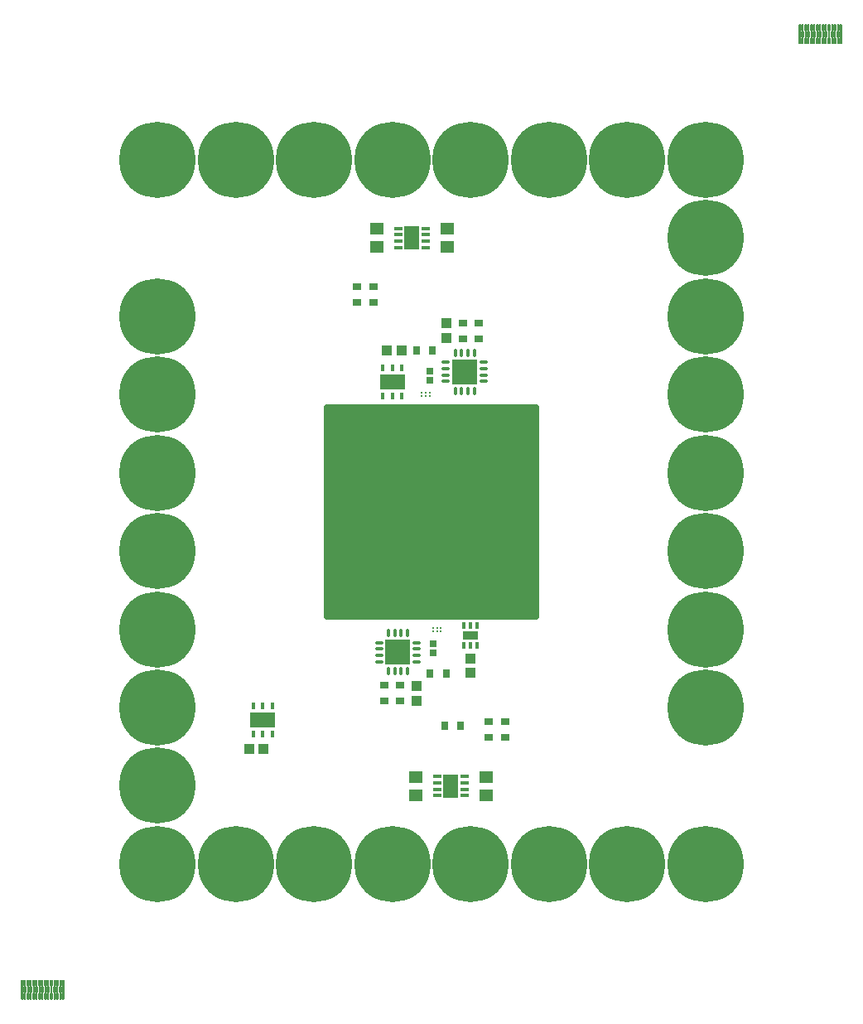
<source format=gbr>
%TF.GenerationSoftware,Altium Limited,Altium Designer,23.9.2 (47)*%
G04 Layer_Color=255*
%FSLAX45Y45*%
%MOMM*%
%TF.SameCoordinates,9F32D3C1-515D-4E76-A5FB-46C0C9FD6927*%
%TF.FilePolarity,Positive*%
%TF.FileFunction,Pads,Top*%
%TF.Part,Single*%
G01*
G75*
%TA.AperFunction,SMDPad,CuDef*%
%ADD10R,1.45000X1.30000*%
%ADD11R,1.00000X1.00000*%
%ADD12R,1.00000X1.00000*%
%ADD13R,0.72000X0.68000*%
%ADD14R,0.70000X0.90000*%
%ADD15R,0.90000X0.70000*%
%ADD16R,0.30000X0.70000*%
%ADD17R,1.60000X0.89000*%
%ADD18R,1.49000X2.40000*%
%ADD19R,0.90000X0.35000*%
%TA.AperFunction,BGAPad,CuDef*%
%ADD20C,0.20000*%
%TA.AperFunction,SMDPad,CuDef*%
%ADD21R,2.60000X2.60000*%
%ADD22O,0.85000X0.30000*%
%ADD23O,0.30000X0.85000*%
%ADD24R,0.40000X0.80000*%
%ADD25R,2.50000X1.50000*%
G04:AMPARAMS|DCode=26|XSize=22mm|YSize=22mm|CornerRadius=0.22mm|HoleSize=0mm|Usage=FLASHONLY|Rotation=90.000|XOffset=0mm|YOffset=0mm|HoleType=Round|Shape=RoundedRectangle|*
%AMROUNDEDRECTD26*
21,1,22.00000,21.56000,0,0,90.0*
21,1,21.56000,22.00000,0,0,90.0*
1,1,0.44000,10.78000,10.78000*
1,1,0.44000,10.78000,-10.78000*
1,1,0.44000,-10.78000,-10.78000*
1,1,0.44000,-10.78000,10.78000*
%
%ADD26ROUNDEDRECTD26*%
%TA.AperFunction,ComponentPad*%
%ADD34C,7.80000*%
%TA.AperFunction,SMDPad,CuDef*%
%AMCUSTOMSHAPE35*
4,1,11,-0.15000,-1.00000,-0.15000,0.90000,-0.05000,1.00000,-0.05000,1.00000,0.05000,1.00000,0.15000,0.90000,0.15000,0.37500,0.05000,0.27500,0.05000,-0.37500,0.15000,-0.47500,0.15000,-1.00000,-0.15000,-1.00000,0.0*%
%ADD35CUSTOMSHAPE35*%

%AMCUSTOMSHAPE36*
4,1,12,-0.15000,-0.32500,-0.15000,0.22500,-0.05000,0.32500,-0.05000,1.00000,0.05000,1.00000,0.05000,0.32500,0.15000,0.22500,0.15000,-0.32500,0.05000,-0.42500,0.05000,-1.00000,-0.05000,-1.00000,-0.05000,-0.42500,-0.15000,-0.32500,0.0*%
%ADD36CUSTOMSHAPE36*%

%AMCUSTOMSHAPE37*
4,1,14,-0.15000,-1.00000,-0.15000,-0.47500,-0.05000,-0.37500,-0.05000,0.27500,-0.15000,0.37500,-0.15000,0.90000,-0.05000,1.00000,0.05000,1.00000,0.15000,0.90000,0.15000,0.37500,0.05000,0.27500,0.05000,-0.37500,0.15000,-0.47500,0.15000,-1.00000,-0.15000,-1.00000,0.0*%
%ADD37CUSTOMSHAPE37*%

%AMCUSTOMSHAPE38*
4,1,12,-0.15000,-1.00000,-0.15000,-0.47500,-0.05000,-0.37500,-0.05000,-0.37500,-0.05000,0.27500,-0.15000,0.37500,-0.15000,0.37500,-0.15000,0.90000,-0.05000,1.00000,0.05000,1.00000,0.15000,0.90000,0.15000,-1.00000,-0.15000,-1.00000,0.0*%
%ADD38CUSTOMSHAPE38*%

%TA.AperFunction,ConnectorPad*%
%AMCUSTOMSHAPE39*
4,1,11,0.15000,1.00000,0.15000,-0.90000,0.05000,-1.00000,0.05000,-1.00000,-0.05000,-1.00000,-0.15000,-0.90000,-0.15000,-0.37500,-0.05000,-0.27500,-0.05000,0.37500,-0.15000,0.47500,-0.15000,1.00000,0.15000,1.00000,0.0*%
%ADD39CUSTOMSHAPE39*%

%AMCUSTOMSHAPE40*
4,1,12,0.15000,0.32500,0.15000,-0.22500,0.05000,-0.32500,0.05000,-1.00000,-0.05000,-1.00000,-0.05000,-0.32500,-0.15000,-0.22500,-0.15000,0.32500,-0.05000,0.42500,-0.05000,1.00000,0.05000,1.00000,0.05000,0.42500,0.15000,0.32500,0.0*%
%ADD40CUSTOMSHAPE40*%

%AMCUSTOMSHAPE41*
4,1,14,0.15000,1.00000,0.15000,0.47500,0.05000,0.37500,0.05000,-0.27500,0.15000,-0.37500,0.15000,-0.90000,0.05000,-1.00000,-0.05000,-1.00000,-0.15000,-0.90000,-0.15000,-0.37500,-0.05000,-0.27500,-0.05000,0.37500,-0.15000,0.47500,-0.15000,1.00000,0.15000,1.00000,0.0*%
%ADD41CUSTOMSHAPE41*%

%AMCUSTOMSHAPE42*
4,1,12,0.15000,1.00000,0.15000,0.47500,0.05000,0.37500,0.05000,0.37500,0.05000,-0.27500,0.15000,-0.37500,0.15000,-0.37500,0.15000,-0.90000,0.05000,-1.00000,-0.05000,-1.00000,-0.15000,-0.90000,-0.15000,1.00000,0.15000,1.00000,0.0*%
%ADD42CUSTOMSHAPE42*%

D10*
X-162458Y-2710965D02*
D03*
Y-2896365D02*
D03*
X557542Y-2710965D02*
D03*
Y-2896365D02*
D03*
X-560000Y2707300D02*
D03*
Y2892700D02*
D03*
X160000Y2707300D02*
D03*
Y2892700D02*
D03*
D11*
X402500Y-1647700D02*
D03*
Y-1502300D02*
D03*
X-152458Y-1929064D02*
D03*
Y-1783664D02*
D03*
X150000Y1925400D02*
D03*
Y1780000D02*
D03*
D12*
X-1865400Y-2420000D02*
D03*
X-1720000D02*
D03*
X-307300Y1650000D02*
D03*
X-452700D02*
D03*
D13*
X17542Y-1438665D02*
D03*
Y-1348665D02*
D03*
X-20000Y1435000D02*
D03*
Y1345000D02*
D03*
D14*
X300000Y-2190000D02*
D03*
X134600D02*
D03*
X-15158Y-1653664D02*
D03*
X150242D02*
D03*
X-152700Y1650000D02*
D03*
X12700D02*
D03*
D15*
X757542Y-2306364D02*
D03*
Y-2140964D02*
D03*
X587542D02*
D03*
Y-2306364D02*
D03*
X-322458Y-1936364D02*
D03*
Y-1770964D02*
D03*
X-482458Y-1768264D02*
D03*
Y-1933664D02*
D03*
X480000Y1930000D02*
D03*
Y1764600D02*
D03*
X320000Y1767300D02*
D03*
Y1932700D02*
D03*
X-590000Y2302700D02*
D03*
Y2137300D02*
D03*
X-760000D02*
D03*
Y2302700D02*
D03*
D16*
X465000Y-1165500D02*
D03*
X400000D02*
D03*
X335000D02*
D03*
X465000Y-1364500D02*
D03*
X400000D02*
D03*
X335000D02*
D03*
D17*
X400000Y-1265000D02*
D03*
D18*
X197542Y-2803664D02*
D03*
X-200000Y2800000D02*
D03*
D19*
X337042Y-2901165D02*
D03*
Y-2836165D02*
D03*
Y-2771165D02*
D03*
Y-2706165D02*
D03*
X58042Y-2901165D02*
D03*
Y-2836165D02*
D03*
Y-2771165D02*
D03*
Y-2706165D02*
D03*
X-339500Y2897500D02*
D03*
Y2832500D02*
D03*
Y2767500D02*
D03*
Y2702500D02*
D03*
X-60500Y2897500D02*
D03*
Y2832500D02*
D03*
Y2767500D02*
D03*
Y2702500D02*
D03*
D20*
X97542Y-1223664D02*
D03*
X57542D02*
D03*
X17542D02*
D03*
X97542Y-1183664D02*
D03*
X57542D02*
D03*
X17542D02*
D03*
X-100000Y1220000D02*
D03*
X-60000D02*
D03*
X-20000D02*
D03*
X-100000Y1180000D02*
D03*
X-60000D02*
D03*
X-20000D02*
D03*
D21*
X-342458Y-1433664D02*
D03*
X340000Y1430000D02*
D03*
D22*
X-149958Y-1336164D02*
D03*
Y-1401164D02*
D03*
Y-1466164D02*
D03*
Y-1531164D02*
D03*
X-534958D02*
D03*
Y-1466164D02*
D03*
Y-1401164D02*
D03*
Y-1336164D02*
D03*
X147500Y1332500D02*
D03*
Y1397500D02*
D03*
Y1462500D02*
D03*
Y1527500D02*
D03*
X532500D02*
D03*
Y1462500D02*
D03*
Y1397500D02*
D03*
Y1332500D02*
D03*
D23*
X-244958Y-1626164D02*
D03*
X-309958D02*
D03*
X-374958D02*
D03*
X-439958D02*
D03*
Y-1241164D02*
D03*
X-374958D02*
D03*
X-309958D02*
D03*
X-244958D02*
D03*
X242500Y1622500D02*
D03*
X307500D02*
D03*
X372500D02*
D03*
X437500D02*
D03*
Y1237500D02*
D03*
X372500D02*
D03*
X307500D02*
D03*
X242500D02*
D03*
D24*
X-1622500Y-1979500D02*
D03*
X-1722500D02*
D03*
X-1822500D02*
D03*
X-1622500Y-2267500D02*
D03*
X-1722500D02*
D03*
X-1822500D02*
D03*
X-500000Y1186000D02*
D03*
X-400000D02*
D03*
X-300000D02*
D03*
X-500000Y1474000D02*
D03*
X-400000D02*
D03*
X-300000D02*
D03*
D25*
X-1722500Y-2123500D02*
D03*
X-400000Y1330000D02*
D03*
D26*
X0Y0D02*
D03*
D34*
X-2800000Y2000000D02*
D03*
X2800000Y-2000000D02*
D03*
Y-3600000D02*
D03*
X400000D02*
D03*
X-400000D02*
D03*
X-2000000D02*
D03*
X-1200000D02*
D03*
X2000000D02*
D03*
X1200000D02*
D03*
X2800000Y3600000D02*
D03*
X400000D02*
D03*
X-400000D02*
D03*
X-2000000D02*
D03*
X-1200000D02*
D03*
X2000000D02*
D03*
X1200000D02*
D03*
X-2800000D02*
D03*
X2800000Y2800000D02*
D03*
Y400000D02*
D03*
Y-400000D02*
D03*
Y-1200000D02*
D03*
Y2000000D02*
D03*
Y1200000D02*
D03*
X-2800000Y-3599999D02*
D03*
Y-2799999D02*
D03*
Y-2000000D02*
D03*
Y-1200000D02*
D03*
Y-400000D02*
D03*
Y400000D02*
D03*
Y1200000D02*
D03*
D35*
X3765000Y4885000D02*
D03*
D36*
X3795000D02*
D03*
X3855000D02*
D03*
X3915000D02*
D03*
X3975000D02*
D03*
X4035000D02*
D03*
X4095000D02*
D03*
X4155000D02*
D03*
D37*
X3825000D02*
D03*
X3885000D02*
D03*
X3945000D02*
D03*
X4005000D02*
D03*
X4065000D02*
D03*
X4125000D02*
D03*
D38*
X4185000D02*
D03*
D39*
X-3765000Y-4885000D02*
D03*
D40*
X-3795000D02*
D03*
X-3855000D02*
D03*
X-3915000D02*
D03*
X-3975000D02*
D03*
X-4035000D02*
D03*
X-4095000D02*
D03*
X-4155000D02*
D03*
D41*
X-3825000D02*
D03*
X-3885000D02*
D03*
X-3945000D02*
D03*
X-4005000D02*
D03*
X-4065000D02*
D03*
X-4125000D02*
D03*
D42*
X-4185000D02*
D03*
%TF.MD5,acb182c7ca5019f59e84ce96e5fc07cd*%
M02*

</source>
